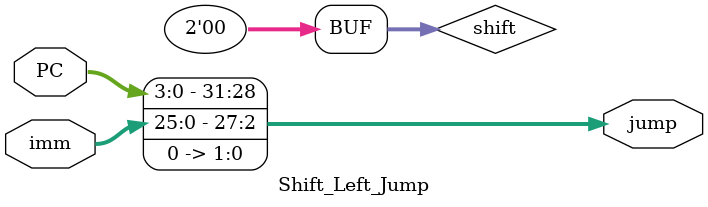
<source format=v>
module Shift_Left_Jump(imm, PC, jump);
input[25:0] imm;
input[3:0] PC;
output reg[31:0] jump;
reg[1:0] shift;

initial begin
shift = 2'b00;
end

always@(*)
begin
  jump = {{PC},{imm},{shift}};
end

endmodule

</source>
